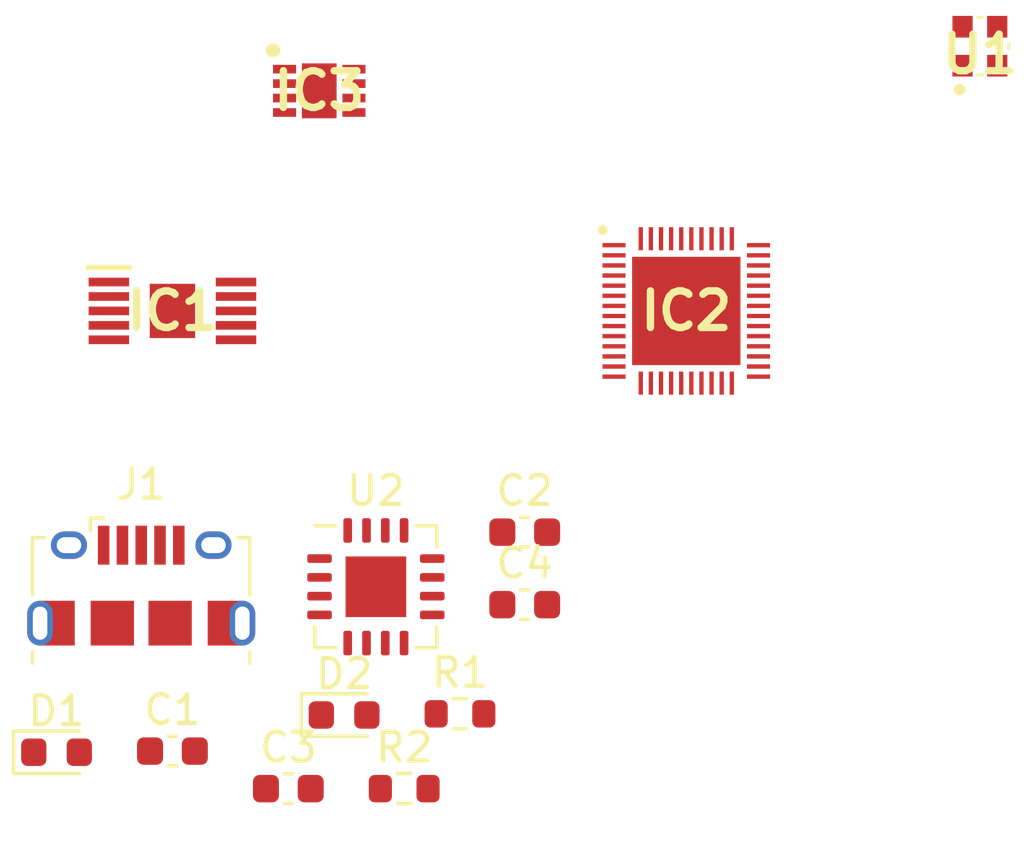
<source format=kicad_pcb>
(kicad_pcb (version 20171130) (host pcbnew "(5.1.8)-1")

  (general
    (thickness 1.6)
    (drawings 0)
    (tracks 0)
    (zones 0)
    (modules 14)
    (nets 92)
  )

  (page A4)
  (layers
    (0 F.Cu signal)
    (31 B.Cu signal)
    (32 B.Adhes user)
    (33 F.Adhes user)
    (34 B.Paste user)
    (35 F.Paste user)
    (36 B.SilkS user)
    (37 F.SilkS user)
    (38 B.Mask user)
    (39 F.Mask user)
    (40 Dwgs.User user)
    (41 Cmts.User user)
    (42 Eco1.User user)
    (43 Eco2.User user)
    (44 Edge.Cuts user)
    (45 Margin user)
    (46 B.CrtYd user)
    (47 F.CrtYd user)
    (48 B.Fab user)
    (49 F.Fab user)
  )

  (setup
    (last_trace_width 0.25)
    (trace_clearance 0.2)
    (zone_clearance 0.508)
    (zone_45_only no)
    (trace_min 0.2)
    (via_size 0.8)
    (via_drill 0.4)
    (via_min_size 0.4)
    (via_min_drill 0.3)
    (uvia_size 0.3)
    (uvia_drill 0.1)
    (uvias_allowed no)
    (uvia_min_size 0.2)
    (uvia_min_drill 0.1)
    (edge_width 0.05)
    (segment_width 0.2)
    (pcb_text_width 0.3)
    (pcb_text_size 1.5 1.5)
    (mod_edge_width 0.12)
    (mod_text_size 1 1)
    (mod_text_width 0.15)
    (pad_size 1.524 1.524)
    (pad_drill 0.762)
    (pad_to_mask_clearance 0)
    (aux_axis_origin 0 0)
    (visible_elements 7FFFFFFF)
    (pcbplotparams
      (layerselection 0x010fc_ffffffff)
      (usegerberextensions false)
      (usegerberattributes true)
      (usegerberadvancedattributes true)
      (creategerberjobfile true)
      (excludeedgelayer true)
      (linewidth 0.100000)
      (plotframeref false)
      (viasonmask false)
      (mode 1)
      (useauxorigin false)
      (hpglpennumber 1)
      (hpglpenspeed 20)
      (hpglpendiameter 15.000000)
      (psnegative false)
      (psa4output false)
      (plotreference true)
      (plotvalue true)
      (plotinvisibletext false)
      (padsonsilk false)
      (subtractmaskfromsilk false)
      (outputformat 1)
      (mirror false)
      (drillshape 1)
      (scaleselection 1)
      (outputdirectory ""))
  )

  (net 0 "")
  (net 1 GND)
  (net 2 +3V3)
  (net 3 "Net-(D1-Pad1)")
  (net 4 "Net-(D2-Pad1)")
  (net 5 "Net-(IC1-Pad11)")
  (net 6 "Net-(IC1-Pad10)")
  (net 7 "Net-(IC1-Pad9)")
  (net 8 "Net-(IC1-Pad8)")
  (net 9 "Net-(IC1-Pad7)")
  (net 10 "Net-(IC1-Pad6)")
  (net 11 "Net-(IC1-Pad5)")
  (net 12 "Net-(IC1-Pad4)")
  (net 13 "Net-(IC1-Pad3)")
  (net 14 "Net-(IC1-Pad2)")
  (net 15 "Net-(IC1-Pad1)")
  (net 16 "Net-(IC2-Pad49)")
  (net 17 "Net-(IC2-Pad48)")
  (net 18 "Net-(IC2-Pad47)")
  (net 19 "Net-(IC2-Pad46)")
  (net 20 "Net-(IC2-Pad45)")
  (net 21 "Net-(IC2-Pad44)")
  (net 22 "Net-(IC2-Pad43)")
  (net 23 "Net-(IC2-Pad42)")
  (net 24 "Net-(IC2-Pad41)")
  (net 25 "Net-(IC2-Pad40)")
  (net 26 "Net-(IC2-Pad39)")
  (net 27 "Net-(IC2-Pad38)")
  (net 28 "Net-(IC2-Pad37)")
  (net 29 "Net-(IC2-Pad36)")
  (net 30 "Net-(IC2-Pad35)")
  (net 31 "Net-(IC2-Pad34)")
  (net 32 "Net-(IC2-Pad33)")
  (net 33 "Net-(IC2-Pad32)")
  (net 34 "Net-(IC2-Pad31)")
  (net 35 "Net-(IC2-Pad30)")
  (net 36 "Net-(IC2-Pad29)")
  (net 37 "Net-(IC2-Pad28)")
  (net 38 "Net-(IC2-Pad27)")
  (net 39 "Net-(IC2-Pad26)")
  (net 40 "Net-(IC2-Pad25)")
  (net 41 "Net-(IC2-Pad24)")
  (net 42 "Net-(IC2-Pad23)")
  (net 43 "Net-(IC2-Pad22)")
  (net 44 "Net-(IC2-Pad21)")
  (net 45 "Net-(IC2-Pad20)")
  (net 46 "Net-(IC2-Pad19)")
  (net 47 "Net-(IC2-Pad18)")
  (net 48 "Net-(IC2-Pad17)")
  (net 49 "Net-(IC2-Pad16)")
  (net 50 "Net-(IC2-Pad15)")
  (net 51 "Net-(IC2-Pad14)")
  (net 52 "Net-(IC2-Pad13)")
  (net 53 "Net-(IC2-Pad12)")
  (net 54 "Net-(IC2-Pad11)")
  (net 55 "Net-(IC2-Pad10)")
  (net 56 "Net-(IC2-Pad9)")
  (net 57 "Net-(IC2-Pad8)")
  (net 58 "Net-(IC2-Pad7)")
  (net 59 "Net-(IC2-Pad6)")
  (net 60 "Net-(IC2-Pad5)")
  (net 61 "Net-(IC2-Pad4)")
  (net 62 "Net-(IC2-Pad3)")
  (net 63 "Net-(IC2-Pad2)")
  (net 64 "Net-(IC2-Pad1)")
  (net 65 "Net-(IC3-Pad9)")
  (net 66 "Net-(IC3-Pad8)")
  (net 67 "Net-(IC3-Pad7)")
  (net 68 "Net-(IC3-Pad6)")
  (net 69 "Net-(IC3-Pad5)")
  (net 70 "Net-(IC3-Pad4)")
  (net 71 "Net-(IC3-Pad3)")
  (net 72 "Net-(IC3-Pad2)")
  (net 73 "Net-(IC3-Pad1)")
  (net 74 "Net-(J1-Pad4)")
  (net 75 "Net-(J1-Pad3)")
  (net 76 "Net-(J1-Pad2)")
  (net 77 +5V)
  (net 78 "Net-(R1-Pad2)")
  (net 79 "Net-(R2-Pad2)")
  (net 80 "Net-(U1-Pad4)")
  (net 81 "Net-(U1-Pad3)")
  (net 82 "Net-(U1-Pad2)")
  (net 83 "Net-(U1-Pad1)")
  (net 84 "Net-(U2-Pad16)")
  (net 85 ESP_UART_RX)
  (net 86 "Net-(U2-Pad14)")
  (net 87 "Net-(U2-Pad12)")
  (net 88 USB_D_P)
  (net 89 USB_D_N)
  (net 90 "Net-(U2-Pad4)")
  (net 91 ESP_UART_TX)

  (net_class Default "This is the default net class."
    (clearance 0.2)
    (trace_width 0.25)
    (via_dia 0.8)
    (via_drill 0.4)
    (uvia_dia 0.3)
    (uvia_drill 0.1)
    (add_net +3V3)
    (add_net +5V)
    (add_net ESP_UART_RX)
    (add_net ESP_UART_TX)
    (add_net GND)
    (add_net "Net-(D1-Pad1)")
    (add_net "Net-(D2-Pad1)")
    (add_net "Net-(IC1-Pad1)")
    (add_net "Net-(IC1-Pad10)")
    (add_net "Net-(IC1-Pad11)")
    (add_net "Net-(IC1-Pad2)")
    (add_net "Net-(IC1-Pad3)")
    (add_net "Net-(IC1-Pad4)")
    (add_net "Net-(IC1-Pad5)")
    (add_net "Net-(IC1-Pad6)")
    (add_net "Net-(IC1-Pad7)")
    (add_net "Net-(IC1-Pad8)")
    (add_net "Net-(IC1-Pad9)")
    (add_net "Net-(IC2-Pad1)")
    (add_net "Net-(IC2-Pad10)")
    (add_net "Net-(IC2-Pad11)")
    (add_net "Net-(IC2-Pad12)")
    (add_net "Net-(IC2-Pad13)")
    (add_net "Net-(IC2-Pad14)")
    (add_net "Net-(IC2-Pad15)")
    (add_net "Net-(IC2-Pad16)")
    (add_net "Net-(IC2-Pad17)")
    (add_net "Net-(IC2-Pad18)")
    (add_net "Net-(IC2-Pad19)")
    (add_net "Net-(IC2-Pad2)")
    (add_net "Net-(IC2-Pad20)")
    (add_net "Net-(IC2-Pad21)")
    (add_net "Net-(IC2-Pad22)")
    (add_net "Net-(IC2-Pad23)")
    (add_net "Net-(IC2-Pad24)")
    (add_net "Net-(IC2-Pad25)")
    (add_net "Net-(IC2-Pad26)")
    (add_net "Net-(IC2-Pad27)")
    (add_net "Net-(IC2-Pad28)")
    (add_net "Net-(IC2-Pad29)")
    (add_net "Net-(IC2-Pad3)")
    (add_net "Net-(IC2-Pad30)")
    (add_net "Net-(IC2-Pad31)")
    (add_net "Net-(IC2-Pad32)")
    (add_net "Net-(IC2-Pad33)")
    (add_net "Net-(IC2-Pad34)")
    (add_net "Net-(IC2-Pad35)")
    (add_net "Net-(IC2-Pad36)")
    (add_net "Net-(IC2-Pad37)")
    (add_net "Net-(IC2-Pad38)")
    (add_net "Net-(IC2-Pad39)")
    (add_net "Net-(IC2-Pad4)")
    (add_net "Net-(IC2-Pad40)")
    (add_net "Net-(IC2-Pad41)")
    (add_net "Net-(IC2-Pad42)")
    (add_net "Net-(IC2-Pad43)")
    (add_net "Net-(IC2-Pad44)")
    (add_net "Net-(IC2-Pad45)")
    (add_net "Net-(IC2-Pad46)")
    (add_net "Net-(IC2-Pad47)")
    (add_net "Net-(IC2-Pad48)")
    (add_net "Net-(IC2-Pad49)")
    (add_net "Net-(IC2-Pad5)")
    (add_net "Net-(IC2-Pad6)")
    (add_net "Net-(IC2-Pad7)")
    (add_net "Net-(IC2-Pad8)")
    (add_net "Net-(IC2-Pad9)")
    (add_net "Net-(IC3-Pad1)")
    (add_net "Net-(IC3-Pad2)")
    (add_net "Net-(IC3-Pad3)")
    (add_net "Net-(IC3-Pad4)")
    (add_net "Net-(IC3-Pad5)")
    (add_net "Net-(IC3-Pad6)")
    (add_net "Net-(IC3-Pad7)")
    (add_net "Net-(IC3-Pad8)")
    (add_net "Net-(IC3-Pad9)")
    (add_net "Net-(J1-Pad2)")
    (add_net "Net-(J1-Pad3)")
    (add_net "Net-(J1-Pad4)")
    (add_net "Net-(R1-Pad2)")
    (add_net "Net-(R2-Pad2)")
    (add_net "Net-(U1-Pad1)")
    (add_net "Net-(U1-Pad2)")
    (add_net "Net-(U1-Pad3)")
    (add_net "Net-(U1-Pad4)")
    (add_net "Net-(U2-Pad12)")
    (add_net "Net-(U2-Pad14)")
    (add_net "Net-(U2-Pad16)")
    (add_net "Net-(U2-Pad4)")
    (add_net USB_D_N)
    (add_net USB_D_P)
  )

  (module Package_DFN_QFN:QFN-16-1EP_4x4mm_P0.65mm_EP2.1x2.1mm (layer F.Cu) (tedit 5DC5F6A3) (tstamp 5FBADA7E)
    (at 38.79 40.03)
    (descr "QFN, 16 Pin (http://www.thatcorp.com/datashts/THAT_1580_Datasheet.pdf), generated with kicad-footprint-generator ipc_noLead_generator.py")
    (tags "QFN NoLead")
    (path /5FBC0307)
    (attr smd)
    (fp_text reference U2 (at 0 -3.32) (layer F.SilkS)
      (effects (font (size 1 1) (thickness 0.15)))
    )
    (fp_text value FT230XQ (at 0 3.32) (layer F.Fab)
      (effects (font (size 1 1) (thickness 0.15)))
    )
    (fp_text user %R (at 0 0) (layer F.Fab)
      (effects (font (size 1 1) (thickness 0.15)))
    )
    (fp_line (start 1.385 -2.11) (end 2.11 -2.11) (layer F.SilkS) (width 0.12))
    (fp_line (start 2.11 -2.11) (end 2.11 -1.385) (layer F.SilkS) (width 0.12))
    (fp_line (start -1.385 2.11) (end -2.11 2.11) (layer F.SilkS) (width 0.12))
    (fp_line (start -2.11 2.11) (end -2.11 1.385) (layer F.SilkS) (width 0.12))
    (fp_line (start 1.385 2.11) (end 2.11 2.11) (layer F.SilkS) (width 0.12))
    (fp_line (start 2.11 2.11) (end 2.11 1.385) (layer F.SilkS) (width 0.12))
    (fp_line (start -1.385 -2.11) (end -2.11 -2.11) (layer F.SilkS) (width 0.12))
    (fp_line (start -1 -2) (end 2 -2) (layer F.Fab) (width 0.1))
    (fp_line (start 2 -2) (end 2 2) (layer F.Fab) (width 0.1))
    (fp_line (start 2 2) (end -2 2) (layer F.Fab) (width 0.1))
    (fp_line (start -2 2) (end -2 -1) (layer F.Fab) (width 0.1))
    (fp_line (start -2 -1) (end -1 -2) (layer F.Fab) (width 0.1))
    (fp_line (start -2.62 -2.62) (end -2.62 2.62) (layer F.CrtYd) (width 0.05))
    (fp_line (start -2.62 2.62) (end 2.62 2.62) (layer F.CrtYd) (width 0.05))
    (fp_line (start 2.62 2.62) (end 2.62 -2.62) (layer F.CrtYd) (width 0.05))
    (fp_line (start 2.62 -2.62) (end -2.62 -2.62) (layer F.CrtYd) (width 0.05))
    (pad "" smd roundrect (at 0.525 0.525) (size 0.85 0.85) (layers F.Paste) (roundrect_rratio 0.25))
    (pad "" smd roundrect (at 0.525 -0.525) (size 0.85 0.85) (layers F.Paste) (roundrect_rratio 0.25))
    (pad "" smd roundrect (at -0.525 0.525) (size 0.85 0.85) (layers F.Paste) (roundrect_rratio 0.25))
    (pad "" smd roundrect (at -0.525 -0.525) (size 0.85 0.85) (layers F.Paste) (roundrect_rratio 0.25))
    (pad 17 smd rect (at 0 0) (size 2.1 2.1) (layers F.Cu F.Mask)
      (net 1 GND))
    (pad 16 smd roundrect (at -0.975 -1.95) (size 0.3 0.85) (layers F.Cu F.Paste F.Mask) (roundrect_rratio 0.25)
      (net 84 "Net-(U2-Pad16)"))
    (pad 15 smd roundrect (at -0.325 -1.95) (size 0.3 0.85) (layers F.Cu F.Paste F.Mask) (roundrect_rratio 0.25)
      (net 85 ESP_UART_RX))
    (pad 14 smd roundrect (at 0.325 -1.95) (size 0.3 0.85) (layers F.Cu F.Paste F.Mask) (roundrect_rratio 0.25)
      (net 86 "Net-(U2-Pad14)"))
    (pad 13 smd roundrect (at 0.975 -1.95) (size 0.3 0.85) (layers F.Cu F.Paste F.Mask) (roundrect_rratio 0.25)
      (net 1 GND))
    (pad 12 smd roundrect (at 1.95 -0.975) (size 0.85 0.3) (layers F.Cu F.Paste F.Mask) (roundrect_rratio 0.25)
      (net 87 "Net-(U2-Pad12)"))
    (pad 11 smd roundrect (at 1.95 -0.325) (size 0.85 0.3) (layers F.Cu F.Paste F.Mask) (roundrect_rratio 0.25)
      (net 78 "Net-(R1-Pad2)"))
    (pad 10 smd roundrect (at 1.95 0.325) (size 0.85 0.3) (layers F.Cu F.Paste F.Mask) (roundrect_rratio 0.25)
      (net 2 +3V3))
    (pad 9 smd roundrect (at 1.95 0.975) (size 0.85 0.3) (layers F.Cu F.Paste F.Mask) (roundrect_rratio 0.25)
      (net 2 +3V3))
    (pad 8 smd roundrect (at 0.975 1.95) (size 0.3 0.85) (layers F.Cu F.Paste F.Mask) (roundrect_rratio 0.25)
      (net 2 +3V3))
    (pad 7 smd roundrect (at 0.325 1.95) (size 0.3 0.85) (layers F.Cu F.Paste F.Mask) (roundrect_rratio 0.25)
      (net 88 USB_D_P))
    (pad 6 smd roundrect (at -0.325 1.95) (size 0.3 0.85) (layers F.Cu F.Paste F.Mask) (roundrect_rratio 0.25)
      (net 89 USB_D_N))
    (pad 5 smd roundrect (at -0.975 1.95) (size 0.3 0.85) (layers F.Cu F.Paste F.Mask) (roundrect_rratio 0.25)
      (net 79 "Net-(R2-Pad2)"))
    (pad 4 smd roundrect (at -1.95 0.975) (size 0.85 0.3) (layers F.Cu F.Paste F.Mask) (roundrect_rratio 0.25)
      (net 90 "Net-(U2-Pad4)"))
    (pad 3 smd roundrect (at -1.95 0.325) (size 0.85 0.3) (layers F.Cu F.Paste F.Mask) (roundrect_rratio 0.25)
      (net 1 GND))
    (pad 2 smd roundrect (at -1.95 -0.325) (size 0.85 0.3) (layers F.Cu F.Paste F.Mask) (roundrect_rratio 0.25)
      (net 91 ESP_UART_TX))
    (pad 1 smd roundrect (at -1.95 -0.975) (size 0.85 0.3) (layers F.Cu F.Paste F.Mask) (roundrect_rratio 0.25)
      (net 2 +3V3))
    (model ${KISYS3DMOD}/Package_DFN_QFN.3dshapes/QFN-16-1EP_4x4mm_P0.65mm_EP2.1x2.1mm.wrl
      (at (xyz 0 0 0))
      (scale (xyz 1 1 1))
      (rotate (xyz 0 0 0))
    )
  )

  (module Resistor_SMD:R_0603_1608Metric (layer F.Cu) (tedit 5F68FEEE) (tstamp 5FBADA24)
    (at 39.77 47.02)
    (descr "Resistor SMD 0603 (1608 Metric), square (rectangular) end terminal, IPC_7351 nominal, (Body size source: IPC-SM-782 page 72, https://www.pcb-3d.com/wordpress/wp-content/uploads/ipc-sm-782a_amendment_1_and_2.pdf), generated with kicad-footprint-generator")
    (tags resistor)
    (path /5FBED825)
    (attr smd)
    (fp_text reference R2 (at 0 -1.43) (layer F.SilkS)
      (effects (font (size 1 1) (thickness 0.15)))
    )
    (fp_text value 620R (at 0 1.43) (layer F.Fab)
      (effects (font (size 1 1) (thickness 0.15)))
    )
    (fp_text user %R (at 0 0) (layer F.Fab)
      (effects (font (size 0.4 0.4) (thickness 0.06)))
    )
    (fp_line (start -0.8 0.4125) (end -0.8 -0.4125) (layer F.Fab) (width 0.1))
    (fp_line (start -0.8 -0.4125) (end 0.8 -0.4125) (layer F.Fab) (width 0.1))
    (fp_line (start 0.8 -0.4125) (end 0.8 0.4125) (layer F.Fab) (width 0.1))
    (fp_line (start 0.8 0.4125) (end -0.8 0.4125) (layer F.Fab) (width 0.1))
    (fp_line (start -0.237258 -0.5225) (end 0.237258 -0.5225) (layer F.SilkS) (width 0.12))
    (fp_line (start -0.237258 0.5225) (end 0.237258 0.5225) (layer F.SilkS) (width 0.12))
    (fp_line (start -1.48 0.73) (end -1.48 -0.73) (layer F.CrtYd) (width 0.05))
    (fp_line (start -1.48 -0.73) (end 1.48 -0.73) (layer F.CrtYd) (width 0.05))
    (fp_line (start 1.48 -0.73) (end 1.48 0.73) (layer F.CrtYd) (width 0.05))
    (fp_line (start 1.48 0.73) (end -1.48 0.73) (layer F.CrtYd) (width 0.05))
    (pad 2 smd roundrect (at 0.825 0) (size 0.8 0.95) (layers F.Cu F.Paste F.Mask) (roundrect_rratio 0.25)
      (net 79 "Net-(R2-Pad2)"))
    (pad 1 smd roundrect (at -0.825 0) (size 0.8 0.95) (layers F.Cu F.Paste F.Mask) (roundrect_rratio 0.25)
      (net 4 "Net-(D2-Pad1)"))
    (model ${KISYS3DMOD}/Resistor_SMD.3dshapes/R_0603_1608Metric.wrl
      (at (xyz 0 0 0))
      (scale (xyz 1 1 1))
      (rotate (xyz 0 0 0))
    )
  )

  (module Resistor_SMD:R_0603_1608Metric (layer F.Cu) (tedit 5F68FEEE) (tstamp 5FBADA13)
    (at 41.7 44.43)
    (descr "Resistor SMD 0603 (1608 Metric), square (rectangular) end terminal, IPC_7351 nominal, (Body size source: IPC-SM-782 page 72, https://www.pcb-3d.com/wordpress/wp-content/uploads/ipc-sm-782a_amendment_1_and_2.pdf), generated with kicad-footprint-generator")
    (tags resistor)
    (path /5FBECDCE)
    (attr smd)
    (fp_text reference R1 (at 0 -1.43) (layer F.SilkS)
      (effects (font (size 1 1) (thickness 0.15)))
    )
    (fp_text value 620R (at 0 1.43) (layer F.Fab)
      (effects (font (size 1 1) (thickness 0.15)))
    )
    (fp_text user %R (at 0 0) (layer F.Fab)
      (effects (font (size 0.4 0.4) (thickness 0.06)))
    )
    (fp_line (start -0.8 0.4125) (end -0.8 -0.4125) (layer F.Fab) (width 0.1))
    (fp_line (start -0.8 -0.4125) (end 0.8 -0.4125) (layer F.Fab) (width 0.1))
    (fp_line (start 0.8 -0.4125) (end 0.8 0.4125) (layer F.Fab) (width 0.1))
    (fp_line (start 0.8 0.4125) (end -0.8 0.4125) (layer F.Fab) (width 0.1))
    (fp_line (start -0.237258 -0.5225) (end 0.237258 -0.5225) (layer F.SilkS) (width 0.12))
    (fp_line (start -0.237258 0.5225) (end 0.237258 0.5225) (layer F.SilkS) (width 0.12))
    (fp_line (start -1.48 0.73) (end -1.48 -0.73) (layer F.CrtYd) (width 0.05))
    (fp_line (start -1.48 -0.73) (end 1.48 -0.73) (layer F.CrtYd) (width 0.05))
    (fp_line (start 1.48 -0.73) (end 1.48 0.73) (layer F.CrtYd) (width 0.05))
    (fp_line (start 1.48 0.73) (end -1.48 0.73) (layer F.CrtYd) (width 0.05))
    (pad 2 smd roundrect (at 0.825 0) (size 0.8 0.95) (layers F.Cu F.Paste F.Mask) (roundrect_rratio 0.25)
      (net 78 "Net-(R1-Pad2)"))
    (pad 1 smd roundrect (at -0.825 0) (size 0.8 0.95) (layers F.Cu F.Paste F.Mask) (roundrect_rratio 0.25)
      (net 3 "Net-(D1-Pad1)"))
    (model ${KISYS3DMOD}/Resistor_SMD.3dshapes/R_0603_1608Metric.wrl
      (at (xyz 0 0 0))
      (scale (xyz 1 1 1))
      (rotate (xyz 0 0 0))
    )
  )

  (module Connector_USB:USB_Micro-B_Amphenol_10118194_Horizontal (layer F.Cu) (tedit 5F2142B6) (tstamp 5FBADA02)
    (at 30.67 39.99)
    (descr "USB Micro-B receptacle, horizontal, SMD, 10118194, https://cdn.amphenol-icc.com/media/wysiwyg/files/drawing/10118194.pdf")
    (tags "USB Micro B horizontal SMD")
    (path /5FBBB612)
    (attr smd)
    (fp_text reference J1 (at 0 -3.5) (layer F.SilkS)
      (effects (font (size 1 1) (thickness 0.15)))
    )
    (fp_text value USB_B_Micro (at 0 4.75) (layer F.Fab)
      (effects (font (size 1 1) (thickness 0.15)))
    )
    (fp_text user "PCB Edge" (at 0 2.75) (layer Dwgs.User)
      (effects (font (size 0.5 0.5) (thickness 0.08)))
    )
    (fp_text user %R (at 0 -0.05) (layer F.Fab)
      (effects (font (size 1 1) (thickness 0.15)))
    )
    (fp_line (start -3.65 -0.55) (end -2.65 -1.55) (layer F.Fab) (width 0.1))
    (fp_line (start -1.76 -1.89) (end -1.76 -2.34) (layer F.SilkS) (width 0.12))
    (fp_line (start -1.31 -2.34) (end -1.76 -2.34) (layer F.SilkS) (width 0.12))
    (fp_line (start 4.45 -2.58) (end 4.45 3.95) (layer F.CrtYd) (width 0.05))
    (fp_line (start -4.45 -2.58) (end -4.45 3.95) (layer F.CrtYd) (width 0.05))
    (fp_line (start -4.45 -2.58) (end 4.45 -2.58) (layer F.CrtYd) (width 0.05))
    (fp_line (start -4.45 3.95) (end 4.45 3.95) (layer F.CrtYd) (width 0.05))
    (fp_line (start 3 2.75) (end -3 2.75) (layer Dwgs.User) (width 0.1))
    (fp_line (start -3.76 -1.66) (end -3.34 -1.66) (layer F.SilkS) (width 0.12))
    (fp_line (start -3.76 0.32) (end -3.76 -1.66) (layer F.SilkS) (width 0.12))
    (fp_line (start -3.76 2.69) (end -3.76 2.29) (layer F.SilkS) (width 0.12))
    (fp_line (start 3.76 2.29) (end 3.76 2.69) (layer F.SilkS) (width 0.12))
    (fp_line (start 3.76 -1.66) (end 3.34 -1.66) (layer F.SilkS) (width 0.12))
    (fp_line (start 3.76 0.32) (end 3.76 -1.66) (layer F.SilkS) (width 0.12))
    (fp_line (start -3.65 3.45) (end -3.65 -0.55) (layer F.Fab) (width 0.1))
    (fp_line (start 3.65 3.45) (end -3.65 3.45) (layer F.Fab) (width 0.1))
    (fp_line (start 3.65 -1.55) (end 3.65 3.45) (layer F.Fab) (width 0.1))
    (fp_line (start -2.65 -1.55) (end 3.65 -1.55) (layer F.Fab) (width 0.1))
    (pad "" smd oval (at 2.5 -1.4) (size 1.25 0.95) (layers F.Paste))
    (pad "" smd oval (at -2.5 -1.4) (size 1.25 0.95) (layers F.Paste))
    (pad 6 thru_hole oval (at 3.5 1.3) (size 0.89 1.55) (drill oval 0.5 1.15) (layers *.Cu *.Mask)
      (net 1 GND))
    (pad 6 thru_hole oval (at -3.5 1.3) (size 0.89 1.55) (drill oval 0.5 1.15) (layers *.Cu *.Mask)
      (net 1 GND))
    (pad 6 smd rect (at 2.9 1.3) (size 1.2 1.55) (layers F.Cu F.Paste F.Mask)
      (net 1 GND))
    (pad 6 smd rect (at -2.9 1.3) (size 1.2 1.55) (layers F.Cu F.Paste F.Mask)
      (net 1 GND))
    (pad "" smd oval (at 3.5 1.3) (size 0.89 1.55) (layers F.Paste))
    (pad 6 smd rect (at 1 1.3) (size 1.5 1.55) (layers F.Cu F.Paste F.Mask)
      (net 1 GND))
    (pad 6 smd rect (at -1 1.3) (size 1.5 1.55) (layers F.Cu F.Paste F.Mask)
      (net 1 GND))
    (pad 6 thru_hole oval (at 2.5 -1.4) (size 1.25 0.95) (drill oval 0.85 0.55) (layers *.Cu *.Mask)
      (net 1 GND))
    (pad "" smd oval (at -3.5 1.3) (size 0.89 1.55) (layers F.Paste))
    (pad 6 thru_hole oval (at -2.5 -1.4) (size 1.25 0.95) (drill oval 0.85 0.55) (layers *.Cu *.Mask)
      (net 1 GND))
    (pad 5 smd rect (at 1.3 -1.4) (size 0.4 1.35) (layers F.Cu F.Paste F.Mask)
      (net 1 GND))
    (pad 4 smd rect (at 0.65 -1.4) (size 0.4 1.35) (layers F.Cu F.Paste F.Mask)
      (net 74 "Net-(J1-Pad4)"))
    (pad 3 smd rect (at 0 -1.4) (size 0.4 1.35) (layers F.Cu F.Paste F.Mask)
      (net 75 "Net-(J1-Pad3)"))
    (pad 2 smd rect (at -0.65 -1.4) (size 0.4 1.35) (layers F.Cu F.Paste F.Mask)
      (net 76 "Net-(J1-Pad2)"))
    (pad 1 smd rect (at -1.3 -1.4) (size 0.4 1.35) (layers F.Cu F.Paste F.Mask)
      (net 77 +5V))
    (model ${KISYS3DMOD}/Connector_USB.3dshapes/USB_Micro-B_Amphenol_10118194_Horizontal.wrl
      (at (xyz 0 0 0))
      (scale (xyz 1 1 1))
      (rotate (xyz 0 0 0))
    )
  )

  (module LED_SMD:LED_0603_1608Metric (layer F.Cu) (tedit 5F68FEF1) (tstamp 5FBAD8FB)
    (at 37.69 44.47)
    (descr "LED SMD 0603 (1608 Metric), square (rectangular) end terminal, IPC_7351 nominal, (Body size source: http://www.tortai-tech.com/upload/download/2011102023233369053.pdf), generated with kicad-footprint-generator")
    (tags LED)
    (path /5FBE6856)
    (attr smd)
    (fp_text reference D2 (at 0 -1.43) (layer F.SilkS)
      (effects (font (size 1 1) (thickness 0.15)))
    )
    (fp_text value LED (at 0 1.43) (layer F.Fab)
      (effects (font (size 1 1) (thickness 0.15)))
    )
    (fp_text user %R (at 0 0) (layer F.Fab)
      (effects (font (size 0.4 0.4) (thickness 0.06)))
    )
    (fp_line (start 0.8 -0.4) (end -0.5 -0.4) (layer F.Fab) (width 0.1))
    (fp_line (start -0.5 -0.4) (end -0.8 -0.1) (layer F.Fab) (width 0.1))
    (fp_line (start -0.8 -0.1) (end -0.8 0.4) (layer F.Fab) (width 0.1))
    (fp_line (start -0.8 0.4) (end 0.8 0.4) (layer F.Fab) (width 0.1))
    (fp_line (start 0.8 0.4) (end 0.8 -0.4) (layer F.Fab) (width 0.1))
    (fp_line (start 0.8 -0.735) (end -1.485 -0.735) (layer F.SilkS) (width 0.12))
    (fp_line (start -1.485 -0.735) (end -1.485 0.735) (layer F.SilkS) (width 0.12))
    (fp_line (start -1.485 0.735) (end 0.8 0.735) (layer F.SilkS) (width 0.12))
    (fp_line (start -1.48 0.73) (end -1.48 -0.73) (layer F.CrtYd) (width 0.05))
    (fp_line (start -1.48 -0.73) (end 1.48 -0.73) (layer F.CrtYd) (width 0.05))
    (fp_line (start 1.48 -0.73) (end 1.48 0.73) (layer F.CrtYd) (width 0.05))
    (fp_line (start 1.48 0.73) (end -1.48 0.73) (layer F.CrtYd) (width 0.05))
    (pad 2 smd roundrect (at 0.7875 0) (size 0.875 0.95) (layers F.Cu F.Paste F.Mask) (roundrect_rratio 0.25)
      (net 2 +3V3))
    (pad 1 smd roundrect (at -0.7875 0) (size 0.875 0.95) (layers F.Cu F.Paste F.Mask) (roundrect_rratio 0.25)
      (net 4 "Net-(D2-Pad1)"))
    (model ${KISYS3DMOD}/LED_SMD.3dshapes/LED_0603_1608Metric.wrl
      (at (xyz 0 0 0))
      (scale (xyz 1 1 1))
      (rotate (xyz 0 0 0))
    )
  )

  (module LED_SMD:LED_0603_1608Metric (layer F.Cu) (tedit 5F68FEF1) (tstamp 5FBAD8E8)
    (at 27.74 45.76)
    (descr "LED SMD 0603 (1608 Metric), square (rectangular) end terminal, IPC_7351 nominal, (Body size source: http://www.tortai-tech.com/upload/download/2011102023233369053.pdf), generated with kicad-footprint-generator")
    (tags LED)
    (path /5FBE3DF3)
    (attr smd)
    (fp_text reference D1 (at 0 -1.43) (layer F.SilkS)
      (effects (font (size 1 1) (thickness 0.15)))
    )
    (fp_text value LED (at 0 1.43) (layer F.Fab)
      (effects (font (size 1 1) (thickness 0.15)))
    )
    (fp_text user %R (at 0 0) (layer F.Fab)
      (effects (font (size 0.4 0.4) (thickness 0.06)))
    )
    (fp_line (start 0.8 -0.4) (end -0.5 -0.4) (layer F.Fab) (width 0.1))
    (fp_line (start -0.5 -0.4) (end -0.8 -0.1) (layer F.Fab) (width 0.1))
    (fp_line (start -0.8 -0.1) (end -0.8 0.4) (layer F.Fab) (width 0.1))
    (fp_line (start -0.8 0.4) (end 0.8 0.4) (layer F.Fab) (width 0.1))
    (fp_line (start 0.8 0.4) (end 0.8 -0.4) (layer F.Fab) (width 0.1))
    (fp_line (start 0.8 -0.735) (end -1.485 -0.735) (layer F.SilkS) (width 0.12))
    (fp_line (start -1.485 -0.735) (end -1.485 0.735) (layer F.SilkS) (width 0.12))
    (fp_line (start -1.485 0.735) (end 0.8 0.735) (layer F.SilkS) (width 0.12))
    (fp_line (start -1.48 0.73) (end -1.48 -0.73) (layer F.CrtYd) (width 0.05))
    (fp_line (start -1.48 -0.73) (end 1.48 -0.73) (layer F.CrtYd) (width 0.05))
    (fp_line (start 1.48 -0.73) (end 1.48 0.73) (layer F.CrtYd) (width 0.05))
    (fp_line (start 1.48 0.73) (end -1.48 0.73) (layer F.CrtYd) (width 0.05))
    (pad 2 smd roundrect (at 0.7875 0) (size 0.875 0.95) (layers F.Cu F.Paste F.Mask) (roundrect_rratio 0.25)
      (net 2 +3V3))
    (pad 1 smd roundrect (at -0.7875 0) (size 0.875 0.95) (layers F.Cu F.Paste F.Mask) (roundrect_rratio 0.25)
      (net 3 "Net-(D1-Pad1)"))
    (model ${KISYS3DMOD}/LED_SMD.3dshapes/LED_0603_1608Metric.wrl
      (at (xyz 0 0 0))
      (scale (xyz 1 1 1))
      (rotate (xyz 0 0 0))
    )
  )

  (module Capacitor_SMD:C_0603_1608Metric (layer F.Cu) (tedit 5F68FEEE) (tstamp 5FBAD8D5)
    (at 43.94 40.65)
    (descr "Capacitor SMD 0603 (1608 Metric), square (rectangular) end terminal, IPC_7351 nominal, (Body size source: IPC-SM-782 page 76, https://www.pcb-3d.com/wordpress/wp-content/uploads/ipc-sm-782a_amendment_1_and_2.pdf), generated with kicad-footprint-generator")
    (tags capacitor)
    (path /5FBC970B)
    (attr smd)
    (fp_text reference C4 (at 0 -1.43) (layer F.SilkS)
      (effects (font (size 1 1) (thickness 0.15)))
    )
    (fp_text value 100n (at 0 1.43) (layer F.Fab)
      (effects (font (size 1 1) (thickness 0.15)))
    )
    (fp_text user %R (at 0 0) (layer F.Fab)
      (effects (font (size 0.4 0.4) (thickness 0.06)))
    )
    (fp_line (start -0.8 0.4) (end -0.8 -0.4) (layer F.Fab) (width 0.1))
    (fp_line (start -0.8 -0.4) (end 0.8 -0.4) (layer F.Fab) (width 0.1))
    (fp_line (start 0.8 -0.4) (end 0.8 0.4) (layer F.Fab) (width 0.1))
    (fp_line (start 0.8 0.4) (end -0.8 0.4) (layer F.Fab) (width 0.1))
    (fp_line (start -0.14058 -0.51) (end 0.14058 -0.51) (layer F.SilkS) (width 0.12))
    (fp_line (start -0.14058 0.51) (end 0.14058 0.51) (layer F.SilkS) (width 0.12))
    (fp_line (start -1.48 0.73) (end -1.48 -0.73) (layer F.CrtYd) (width 0.05))
    (fp_line (start -1.48 -0.73) (end 1.48 -0.73) (layer F.CrtYd) (width 0.05))
    (fp_line (start 1.48 -0.73) (end 1.48 0.73) (layer F.CrtYd) (width 0.05))
    (fp_line (start 1.48 0.73) (end -1.48 0.73) (layer F.CrtYd) (width 0.05))
    (pad 2 smd roundrect (at 0.775 0) (size 0.9 0.95) (layers F.Cu F.Paste F.Mask) (roundrect_rratio 0.25)
      (net 1 GND))
    (pad 1 smd roundrect (at -0.775 0) (size 0.9 0.95) (layers F.Cu F.Paste F.Mask) (roundrect_rratio 0.25)
      (net 2 +3V3))
    (model ${KISYS3DMOD}/Capacitor_SMD.3dshapes/C_0603_1608Metric.wrl
      (at (xyz 0 0 0))
      (scale (xyz 1 1 1))
      (rotate (xyz 0 0 0))
    )
  )

  (module Capacitor_SMD:C_0603_1608Metric (layer F.Cu) (tedit 5F68FEEE) (tstamp 5FBAD8C4)
    (at 35.76 47.02)
    (descr "Capacitor SMD 0603 (1608 Metric), square (rectangular) end terminal, IPC_7351 nominal, (Body size source: IPC-SM-782 page 76, https://www.pcb-3d.com/wordpress/wp-content/uploads/ipc-sm-782a_amendment_1_and_2.pdf), generated with kicad-footprint-generator")
    (tags capacitor)
    (path /5FBC93F8)
    (attr smd)
    (fp_text reference C3 (at 0 -1.43) (layer F.SilkS)
      (effects (font (size 1 1) (thickness 0.15)))
    )
    (fp_text value 100n (at 0 1.43) (layer F.Fab)
      (effects (font (size 1 1) (thickness 0.15)))
    )
    (fp_text user %R (at 0 0) (layer F.Fab)
      (effects (font (size 0.4 0.4) (thickness 0.06)))
    )
    (fp_line (start -0.8 0.4) (end -0.8 -0.4) (layer F.Fab) (width 0.1))
    (fp_line (start -0.8 -0.4) (end 0.8 -0.4) (layer F.Fab) (width 0.1))
    (fp_line (start 0.8 -0.4) (end 0.8 0.4) (layer F.Fab) (width 0.1))
    (fp_line (start 0.8 0.4) (end -0.8 0.4) (layer F.Fab) (width 0.1))
    (fp_line (start -0.14058 -0.51) (end 0.14058 -0.51) (layer F.SilkS) (width 0.12))
    (fp_line (start -0.14058 0.51) (end 0.14058 0.51) (layer F.SilkS) (width 0.12))
    (fp_line (start -1.48 0.73) (end -1.48 -0.73) (layer F.CrtYd) (width 0.05))
    (fp_line (start -1.48 -0.73) (end 1.48 -0.73) (layer F.CrtYd) (width 0.05))
    (fp_line (start 1.48 -0.73) (end 1.48 0.73) (layer F.CrtYd) (width 0.05))
    (fp_line (start 1.48 0.73) (end -1.48 0.73) (layer F.CrtYd) (width 0.05))
    (pad 2 smd roundrect (at 0.775 0) (size 0.9 0.95) (layers F.Cu F.Paste F.Mask) (roundrect_rratio 0.25)
      (net 1 GND))
    (pad 1 smd roundrect (at -0.775 0) (size 0.9 0.95) (layers F.Cu F.Paste F.Mask) (roundrect_rratio 0.25)
      (net 2 +3V3))
    (model ${KISYS3DMOD}/Capacitor_SMD.3dshapes/C_0603_1608Metric.wrl
      (at (xyz 0 0 0))
      (scale (xyz 1 1 1))
      (rotate (xyz 0 0 0))
    )
  )

  (module Capacitor_SMD:C_0603_1608Metric (layer F.Cu) (tedit 5F68FEEE) (tstamp 5FBAD8B3)
    (at 43.94 38.14)
    (descr "Capacitor SMD 0603 (1608 Metric), square (rectangular) end terminal, IPC_7351 nominal, (Body size source: IPC-SM-782 page 76, https://www.pcb-3d.com/wordpress/wp-content/uploads/ipc-sm-782a_amendment_1_and_2.pdf), generated with kicad-footprint-generator")
    (tags capacitor)
    (path /5FBC706D)
    (attr smd)
    (fp_text reference C2 (at 0 -1.43) (layer F.SilkS)
      (effects (font (size 1 1) (thickness 0.15)))
    )
    (fp_text value 4u7 (at 0 1.43) (layer F.Fab)
      (effects (font (size 1 1) (thickness 0.15)))
    )
    (fp_text user %R (at 0 0) (layer F.Fab)
      (effects (font (size 0.4 0.4) (thickness 0.06)))
    )
    (fp_line (start -0.8 0.4) (end -0.8 -0.4) (layer F.Fab) (width 0.1))
    (fp_line (start -0.8 -0.4) (end 0.8 -0.4) (layer F.Fab) (width 0.1))
    (fp_line (start 0.8 -0.4) (end 0.8 0.4) (layer F.Fab) (width 0.1))
    (fp_line (start 0.8 0.4) (end -0.8 0.4) (layer F.Fab) (width 0.1))
    (fp_line (start -0.14058 -0.51) (end 0.14058 -0.51) (layer F.SilkS) (width 0.12))
    (fp_line (start -0.14058 0.51) (end 0.14058 0.51) (layer F.SilkS) (width 0.12))
    (fp_line (start -1.48 0.73) (end -1.48 -0.73) (layer F.CrtYd) (width 0.05))
    (fp_line (start -1.48 -0.73) (end 1.48 -0.73) (layer F.CrtYd) (width 0.05))
    (fp_line (start 1.48 -0.73) (end 1.48 0.73) (layer F.CrtYd) (width 0.05))
    (fp_line (start 1.48 0.73) (end -1.48 0.73) (layer F.CrtYd) (width 0.05))
    (pad 2 smd roundrect (at 0.775 0) (size 0.9 0.95) (layers F.Cu F.Paste F.Mask) (roundrect_rratio 0.25)
      (net 1 GND))
    (pad 1 smd roundrect (at -0.775 0) (size 0.9 0.95) (layers F.Cu F.Paste F.Mask) (roundrect_rratio 0.25)
      (net 2 +3V3))
    (model ${KISYS3DMOD}/Capacitor_SMD.3dshapes/C_0603_1608Metric.wrl
      (at (xyz 0 0 0))
      (scale (xyz 1 1 1))
      (rotate (xyz 0 0 0))
    )
  )

  (module Capacitor_SMD:C_0603_1608Metric (layer F.Cu) (tedit 5F68FEEE) (tstamp 5FBAD8A2)
    (at 31.75 45.72)
    (descr "Capacitor SMD 0603 (1608 Metric), square (rectangular) end terminal, IPC_7351 nominal, (Body size source: IPC-SM-782 page 76, https://www.pcb-3d.com/wordpress/wp-content/uploads/ipc-sm-782a_amendment_1_and_2.pdf), generated with kicad-footprint-generator")
    (tags capacitor)
    (path /5FBD619C)
    (attr smd)
    (fp_text reference C1 (at 0 -1.43) (layer F.SilkS)
      (effects (font (size 1 1) (thickness 0.15)))
    )
    (fp_text value 100n (at 0 1.43) (layer F.Fab)
      (effects (font (size 1 1) (thickness 0.15)))
    )
    (fp_text user %R (at 0 0) (layer F.Fab)
      (effects (font (size 0.4 0.4) (thickness 0.06)))
    )
    (fp_line (start -0.8 0.4) (end -0.8 -0.4) (layer F.Fab) (width 0.1))
    (fp_line (start -0.8 -0.4) (end 0.8 -0.4) (layer F.Fab) (width 0.1))
    (fp_line (start 0.8 -0.4) (end 0.8 0.4) (layer F.Fab) (width 0.1))
    (fp_line (start 0.8 0.4) (end -0.8 0.4) (layer F.Fab) (width 0.1))
    (fp_line (start -0.14058 -0.51) (end 0.14058 -0.51) (layer F.SilkS) (width 0.12))
    (fp_line (start -0.14058 0.51) (end 0.14058 0.51) (layer F.SilkS) (width 0.12))
    (fp_line (start -1.48 0.73) (end -1.48 -0.73) (layer F.CrtYd) (width 0.05))
    (fp_line (start -1.48 -0.73) (end 1.48 -0.73) (layer F.CrtYd) (width 0.05))
    (fp_line (start 1.48 -0.73) (end 1.48 0.73) (layer F.CrtYd) (width 0.05))
    (fp_line (start 1.48 0.73) (end -1.48 0.73) (layer F.CrtYd) (width 0.05))
    (pad 2 smd roundrect (at 0.775 0) (size 0.9 0.95) (layers F.Cu F.Paste F.Mask) (roundrect_rratio 0.25)
      (net 1 GND))
    (pad 1 smd roundrect (at -0.775 0) (size 0.9 0.95) (layers F.Cu F.Paste F.Mask) (roundrect_rratio 0.25)
      (net 2 +3V3))
    (model ${KISYS3DMOD}/Capacitor_SMD.3dshapes/C_0603_1608Metric.wrl
      (at (xyz 0 0 0))
      (scale (xyz 1 1 1))
      (rotate (xyz 0 0 0))
    )
  )

  (module ProjectFootprints:LTR329ALS01 (layer F.Cu) (tedit 0) (tstamp 5FBA8DD2)
    (at 59.69 21.59)
    (descr LTR-329ALS-01)
    (tags "Undefined or Miscellaneous")
    (path /5FBA3CE3)
    (attr smd)
    (fp_text reference U1 (at 0 0) (layer F.SilkS)
      (effects (font (size 1.27 1.27) (thickness 0.254)))
    )
    (fp_text value LTR-329ALS-01 (at 0 0) (layer F.SilkS) hide
      (effects (font (size 1.27 1.27) (thickness 0.254)))
    )
    (fp_line (start -0.6 1.225) (end -0.6 1.225) (layer F.SilkS) (width 0.2))
    (fp_line (start -0.8 1.225) (end -0.8 1.225) (layer F.SilkS) (width 0.2))
    (fp_line (start -0.1 0.725) (end 0.1 0.725) (layer F.SilkS) (width 0.1))
    (fp_line (start 1 -0.375) (end 1 -0.175) (layer F.SilkS) (width 0.1))
    (fp_line (start -1 -0.375) (end -1 -0.175) (layer F.SilkS) (width 0.1))
    (fp_line (start -0.1 -1.275) (end 0.1 -1.275) (layer F.SilkS) (width 0.1))
    (fp_line (start -1.5 1.825) (end -1.5 -1.825) (layer F.CrtYd) (width 0.1))
    (fp_line (start 1.5 1.825) (end -1.5 1.825) (layer F.CrtYd) (width 0.1))
    (fp_line (start 1.5 -1.825) (end 1.5 1.825) (layer F.CrtYd) (width 0.1))
    (fp_line (start -1.5 -1.825) (end 1.5 -1.825) (layer F.CrtYd) (width 0.1))
    (fp_line (start -1 0.725) (end -1 -1.275) (layer F.Fab) (width 0.2))
    (fp_line (start 1 0.725) (end -1 0.725) (layer F.Fab) (width 0.2))
    (fp_line (start 1 -1.275) (end 1 0.725) (layer F.Fab) (width 0.2))
    (fp_line (start -1 -1.275) (end 1 -1.275) (layer F.Fab) (width 0.2))
    (fp_arc (start -0.7 1.225) (end -0.6 1.225) (angle 180) (layer F.SilkS) (width 0.2))
    (fp_arc (start -0.7 1.225) (end -0.8 1.225) (angle 180) (layer F.SilkS) (width 0.2))
    (fp_text user %R (at 0 0) (layer F.Fab)
      (effects (font (size 1.27 1.27) (thickness 0.254)))
    )
    (pad 4 smd rect (at -0.6 -0.95) (size 0.7 0.75) (layers F.Cu F.Paste F.Mask)
      (net 80 "Net-(U1-Pad4)"))
    (pad 3 smd rect (at 0.6 -0.95) (size 0.7 0.75) (layers F.Cu F.Paste F.Mask)
      (net 81 "Net-(U1-Pad3)"))
    (pad 2 smd rect (at 0.6 0.4) (size 0.7 0.75) (layers F.Cu F.Paste F.Mask)
      (net 82 "Net-(U1-Pad2)"))
    (pad 1 smd rect (at -0.6 0.4) (size 0.7 0.75) (layers F.Cu F.Paste F.Mask)
      (net 83 "Net-(U1-Pad1)"))
  )

  (module ProjectFootprints:SON50P250X250X100-9N-D (layer F.Cu) (tedit 0) (tstamp 5FBA8CA1)
    (at 36.83 22.86)
    (descr "8-DFN (2.5x2.5)")
    (tags "Integrated Circuit")
    (path /5FBA3C37)
    (attr smd)
    (fp_text reference IC3 (at 0 0) (layer F.SilkS)
      (effects (font (size 1.27 1.27) (thickness 0.254)))
    )
    (fp_text value SHT31-ARP-B2.5kS (at 0 0) (layer F.SilkS) hide
      (effects (font (size 1.27 1.27) (thickness 0.254)))
    )
    (fp_circle (center -1.6 -1.4) (end -1.6 -1.275) (layer F.SilkS) (width 0.25))
    (fp_line (start -1.25 -0.625) (end -0.625 -1.25) (layer F.Fab) (width 0.1))
    (fp_line (start -1.25 1.25) (end -1.25 -1.25) (layer F.Fab) (width 0.1))
    (fp_line (start 1.25 1.25) (end -1.25 1.25) (layer F.Fab) (width 0.1))
    (fp_line (start 1.25 -1.25) (end 1.25 1.25) (layer F.Fab) (width 0.1))
    (fp_line (start -1.25 -1.25) (end 1.25 -1.25) (layer F.Fab) (width 0.1))
    (fp_line (start -1.85 1.55) (end -1.85 -1.55) (layer F.CrtYd) (width 0.05))
    (fp_line (start 1.85 1.55) (end -1.85 1.55) (layer F.CrtYd) (width 0.05))
    (fp_line (start 1.85 -1.55) (end 1.85 1.55) (layer F.CrtYd) (width 0.05))
    (fp_line (start -1.85 -1.55) (end 1.85 -1.55) (layer F.CrtYd) (width 0.05))
    (fp_text user %R (at 0 0) (layer F.Fab)
      (effects (font (size 1.27 1.27) (thickness 0.254)))
    )
    (pad 9 smd rect (at 0 0) (size 1.2 1.9) (layers F.Cu F.Paste F.Mask)
      (net 65 "Net-(IC3-Pad9)"))
    (pad 8 smd rect (at 1.2 -0.75 90) (size 0.3 0.8) (layers F.Cu F.Paste F.Mask)
      (net 66 "Net-(IC3-Pad8)"))
    (pad 7 smd rect (at 1.2 -0.25 90) (size 0.3 0.8) (layers F.Cu F.Paste F.Mask)
      (net 67 "Net-(IC3-Pad7)"))
    (pad 6 smd rect (at 1.2 0.25 90) (size 0.3 0.8) (layers F.Cu F.Paste F.Mask)
      (net 68 "Net-(IC3-Pad6)"))
    (pad 5 smd rect (at 1.2 0.75 90) (size 0.3 0.8) (layers F.Cu F.Paste F.Mask)
      (net 69 "Net-(IC3-Pad5)"))
    (pad 4 smd rect (at -1.2 0.75 90) (size 0.3 0.8) (layers F.Cu F.Paste F.Mask)
      (net 70 "Net-(IC3-Pad4)"))
    (pad 3 smd rect (at -1.2 0.25 90) (size 0.3 0.8) (layers F.Cu F.Paste F.Mask)
      (net 71 "Net-(IC3-Pad3)"))
    (pad 2 smd rect (at -1.2 -0.25 90) (size 0.3 0.8) (layers F.Cu F.Paste F.Mask)
      (net 72 "Net-(IC3-Pad2)"))
    (pad 1 smd rect (at -1.2 -0.75 90) (size 0.3 0.8) (layers F.Cu F.Paste F.Mask)
      (net 73 "Net-(IC3-Pad1)"))
    (model C:\Users\Pascal\Documents\Projects\WeatherStation\hardware\Library\SamacSys_Parts.3dshapes\SHT31-ARP-B2.5kS.stp
      (at (xyz 0 0 0))
      (scale (xyz 1 1 1))
      (rotate (xyz 0 0 0))
    )
  )

  (module ProjectFootprints:QFN35P500X500X90-49N-D (layer F.Cu) (tedit 0) (tstamp 5FB47A7D)
    (at 49.53 30.48)
    (descr "QFN48 (5x5 mm) height 0.9")
    (tags "Integrated Circuit")
    (path /5FB42486)
    (attr smd)
    (fp_text reference IC2 (at 0 0) (layer F.SilkS)
      (effects (font (size 1.27 1.27) (thickness 0.254)))
    )
    (fp_text value ESP32-D0WD-V3 (at 0 0) (layer F.SilkS) hide
      (effects (font (size 1.27 1.27) (thickness 0.254)))
    )
    (fp_circle (center -2.8995 -2.8) (end -2.8995 -2.7125) (layer F.SilkS) (width 0.175))
    (fp_line (start -2.5 -2.15) (end -2.15 -2.5) (layer F.Fab) (width 0.1))
    (fp_line (start -2.5 2.5) (end -2.5 -2.5) (layer F.Fab) (width 0.1))
    (fp_line (start 2.5 2.5) (end -2.5 2.5) (layer F.Fab) (width 0.1))
    (fp_line (start 2.5 -2.5) (end 2.5 2.5) (layer F.Fab) (width 0.1))
    (fp_line (start -2.5 -2.5) (end 2.5 -2.5) (layer F.Fab) (width 0.1))
    (fp_line (start -3.125 3.125) (end -3.125 -3.125) (layer F.CrtYd) (width 0.05))
    (fp_line (start 3.125 3.125) (end -3.125 3.125) (layer F.CrtYd) (width 0.05))
    (fp_line (start 3.125 -3.125) (end 3.125 3.125) (layer F.CrtYd) (width 0.05))
    (fp_line (start -3.125 -3.125) (end 3.125 -3.125) (layer F.CrtYd) (width 0.05))
    (fp_text user %R (at 0 0) (layer F.Fab)
      (effects (font (size 1.27 1.27) (thickness 0.254)))
    )
    (pad 49 smd rect (at 0 0) (size 3.75 3.75) (layers F.Cu F.Paste F.Mask)
      (net 16 "Net-(IC2-Pad49)"))
    (pad 48 smd rect (at -1.575 -2.5) (size 0.15 0.8) (layers F.Cu F.Paste F.Mask)
      (net 17 "Net-(IC2-Pad48)"))
    (pad 47 smd rect (at -1.225 -2.5) (size 0.15 0.8) (layers F.Cu F.Paste F.Mask)
      (net 18 "Net-(IC2-Pad47)"))
    (pad 46 smd rect (at -0.875 -2.5) (size 0.15 0.8) (layers F.Cu F.Paste F.Mask)
      (net 19 "Net-(IC2-Pad46)"))
    (pad 45 smd rect (at -0.525 -2.5) (size 0.15 0.8) (layers F.Cu F.Paste F.Mask)
      (net 20 "Net-(IC2-Pad45)"))
    (pad 44 smd rect (at -0.175 -2.5) (size 0.15 0.8) (layers F.Cu F.Paste F.Mask)
      (net 21 "Net-(IC2-Pad44)"))
    (pad 43 smd rect (at 0.175 -2.5) (size 0.15 0.8) (layers F.Cu F.Paste F.Mask)
      (net 22 "Net-(IC2-Pad43)"))
    (pad 42 smd rect (at 0.525 -2.5) (size 0.15 0.8) (layers F.Cu F.Paste F.Mask)
      (net 23 "Net-(IC2-Pad42)"))
    (pad 41 smd rect (at 0.875 -2.5) (size 0.15 0.8) (layers F.Cu F.Paste F.Mask)
      (net 24 "Net-(IC2-Pad41)"))
    (pad 40 smd rect (at 1.225 -2.5) (size 0.15 0.8) (layers F.Cu F.Paste F.Mask)
      (net 25 "Net-(IC2-Pad40)"))
    (pad 39 smd rect (at 1.575 -2.5) (size 0.15 0.8) (layers F.Cu F.Paste F.Mask)
      (net 26 "Net-(IC2-Pad39)"))
    (pad 38 smd rect (at 2.5 -2.275 90) (size 0.15 0.8) (layers F.Cu F.Paste F.Mask)
      (net 27 "Net-(IC2-Pad38)"))
    (pad 37 smd rect (at 2.5 -1.925 90) (size 0.15 0.8) (layers F.Cu F.Paste F.Mask)
      (net 28 "Net-(IC2-Pad37)"))
    (pad 36 smd rect (at 2.5 -1.575 90) (size 0.15 0.8) (layers F.Cu F.Paste F.Mask)
      (net 29 "Net-(IC2-Pad36)"))
    (pad 35 smd rect (at 2.5 -1.225 90) (size 0.15 0.8) (layers F.Cu F.Paste F.Mask)
      (net 30 "Net-(IC2-Pad35)"))
    (pad 34 smd rect (at 2.5 -0.875 90) (size 0.15 0.8) (layers F.Cu F.Paste F.Mask)
      (net 31 "Net-(IC2-Pad34)"))
    (pad 33 smd rect (at 2.5 -0.525 90) (size 0.15 0.8) (layers F.Cu F.Paste F.Mask)
      (net 32 "Net-(IC2-Pad33)"))
    (pad 32 smd rect (at 2.5 -0.175 90) (size 0.15 0.8) (layers F.Cu F.Paste F.Mask)
      (net 33 "Net-(IC2-Pad32)"))
    (pad 31 smd rect (at 2.5 0.175 90) (size 0.15 0.8) (layers F.Cu F.Paste F.Mask)
      (net 34 "Net-(IC2-Pad31)"))
    (pad 30 smd rect (at 2.5 0.525 90) (size 0.15 0.8) (layers F.Cu F.Paste F.Mask)
      (net 35 "Net-(IC2-Pad30)"))
    (pad 29 smd rect (at 2.5 0.875 90) (size 0.15 0.8) (layers F.Cu F.Paste F.Mask)
      (net 36 "Net-(IC2-Pad29)"))
    (pad 28 smd rect (at 2.5 1.225 90) (size 0.15 0.8) (layers F.Cu F.Paste F.Mask)
      (net 37 "Net-(IC2-Pad28)"))
    (pad 27 smd rect (at 2.5 1.575 90) (size 0.15 0.8) (layers F.Cu F.Paste F.Mask)
      (net 38 "Net-(IC2-Pad27)"))
    (pad 26 smd rect (at 2.5 1.925 90) (size 0.15 0.8) (layers F.Cu F.Paste F.Mask)
      (net 39 "Net-(IC2-Pad26)"))
    (pad 25 smd rect (at 2.5 2.275 90) (size 0.15 0.8) (layers F.Cu F.Paste F.Mask)
      (net 40 "Net-(IC2-Pad25)"))
    (pad 24 smd rect (at 1.575 2.5) (size 0.15 0.8) (layers F.Cu F.Paste F.Mask)
      (net 41 "Net-(IC2-Pad24)"))
    (pad 23 smd rect (at 1.225 2.5) (size 0.15 0.8) (layers F.Cu F.Paste F.Mask)
      (net 42 "Net-(IC2-Pad23)"))
    (pad 22 smd rect (at 0.875 2.5) (size 0.15 0.8) (layers F.Cu F.Paste F.Mask)
      (net 43 "Net-(IC2-Pad22)"))
    (pad 21 smd rect (at 0.525 2.5) (size 0.15 0.8) (layers F.Cu F.Paste F.Mask)
      (net 44 "Net-(IC2-Pad21)"))
    (pad 20 smd rect (at 0.175 2.5) (size 0.15 0.8) (layers F.Cu F.Paste F.Mask)
      (net 45 "Net-(IC2-Pad20)"))
    (pad 19 smd rect (at -0.175 2.5) (size 0.15 0.8) (layers F.Cu F.Paste F.Mask)
      (net 46 "Net-(IC2-Pad19)"))
    (pad 18 smd rect (at -0.525 2.5) (size 0.15 0.8) (layers F.Cu F.Paste F.Mask)
      (net 47 "Net-(IC2-Pad18)"))
    (pad 17 smd rect (at -0.875 2.5) (size 0.15 0.8) (layers F.Cu F.Paste F.Mask)
      (net 48 "Net-(IC2-Pad17)"))
    (pad 16 smd rect (at -1.225 2.5) (size 0.15 0.8) (layers F.Cu F.Paste F.Mask)
      (net 49 "Net-(IC2-Pad16)"))
    (pad 15 smd rect (at -1.575 2.5) (size 0.15 0.8) (layers F.Cu F.Paste F.Mask)
      (net 50 "Net-(IC2-Pad15)"))
    (pad 14 smd rect (at -2.5 2.275 90) (size 0.15 0.8) (layers F.Cu F.Paste F.Mask)
      (net 51 "Net-(IC2-Pad14)"))
    (pad 13 smd rect (at -2.5 1.925 90) (size 0.15 0.8) (layers F.Cu F.Paste F.Mask)
      (net 52 "Net-(IC2-Pad13)"))
    (pad 12 smd rect (at -2.5 1.575 90) (size 0.15 0.8) (layers F.Cu F.Paste F.Mask)
      (net 53 "Net-(IC2-Pad12)"))
    (pad 11 smd rect (at -2.5 1.225 90) (size 0.15 0.8) (layers F.Cu F.Paste F.Mask)
      (net 54 "Net-(IC2-Pad11)"))
    (pad 10 smd rect (at -2.5 0.875 90) (size 0.15 0.8) (layers F.Cu F.Paste F.Mask)
      (net 55 "Net-(IC2-Pad10)"))
    (pad 9 smd rect (at -2.5 0.525 90) (size 0.15 0.8) (layers F.Cu F.Paste F.Mask)
      (net 56 "Net-(IC2-Pad9)"))
    (pad 8 smd rect (at -2.5 0.175 90) (size 0.15 0.8) (layers F.Cu F.Paste F.Mask)
      (net 57 "Net-(IC2-Pad8)"))
    (pad 7 smd rect (at -2.5 -0.175 90) (size 0.15 0.8) (layers F.Cu F.Paste F.Mask)
      (net 58 "Net-(IC2-Pad7)"))
    (pad 6 smd rect (at -2.5 -0.525 90) (size 0.15 0.8) (layers F.Cu F.Paste F.Mask)
      (net 59 "Net-(IC2-Pad6)"))
    (pad 5 smd rect (at -2.5 -0.875 90) (size 0.15 0.8) (layers F.Cu F.Paste F.Mask)
      (net 60 "Net-(IC2-Pad5)"))
    (pad 4 smd rect (at -2.5 -1.225 90) (size 0.15 0.8) (layers F.Cu F.Paste F.Mask)
      (net 61 "Net-(IC2-Pad4)"))
    (pad 3 smd rect (at -2.5 -1.575 90) (size 0.15 0.8) (layers F.Cu F.Paste F.Mask)
      (net 62 "Net-(IC2-Pad3)"))
    (pad 2 smd rect (at -2.5 -1.925 90) (size 0.15 0.8) (layers F.Cu F.Paste F.Mask)
      (net 63 "Net-(IC2-Pad2)"))
    (pad 1 smd rect (at -2.5 -2.275 90) (size 0.15 0.8) (layers F.Cu F.Paste F.Mask)
      (net 64 "Net-(IC2-Pad1)"))
    (model C:\Users\Pascal\Desktop\TestProject\Library\SamacSys_Parts.3dshapes\ESP32-D0WD-V3.stp
      (at (xyz 0 0 0))
      (scale (xyz 1 1 1))
      (rotate (xyz 0 0 0))
    )
  )

  (module ProjectFootprints:SOP50P490X110-11N (layer F.Cu) (tedit 0) (tstamp 5FB47519)
    (at 31.75 30.48)
    (descr "DGQ (S-PDSO-G10)")
    (tags "Integrated Circuit")
    (path /5FB42655)
    (attr smd)
    (fp_text reference IC1 (at 0 0) (layer F.SilkS)
      (effects (font (size 1.27 1.27) (thickness 0.254)))
    )
    (fp_text value BQ24092DGQR (at 0 0) (layer F.SilkS) hide
      (effects (font (size 1.27 1.27) (thickness 0.254)))
    )
    (fp_line (start -2.9 -1.5) (end -1.5 -1.5) (layer F.SilkS) (width 0.2))
    (fp_line (start -1.5 -1) (end -1 -1.5) (layer F.Fab) (width 0.1))
    (fp_line (start -1.5 1.5) (end -1.5 -1.5) (layer F.Fab) (width 0.1))
    (fp_line (start 1.5 1.5) (end -1.5 1.5) (layer F.Fab) (width 0.1))
    (fp_line (start 1.5 -1.5) (end 1.5 1.5) (layer F.Fab) (width 0.1))
    (fp_line (start -1.5 -1.5) (end 1.5 -1.5) (layer F.Fab) (width 0.1))
    (fp_line (start -3.15 1.8) (end -3.15 -1.8) (layer F.CrtYd) (width 0.05))
    (fp_line (start 3.15 1.8) (end -3.15 1.8) (layer F.CrtYd) (width 0.05))
    (fp_line (start 3.15 -1.8) (end 3.15 1.8) (layer F.CrtYd) (width 0.05))
    (fp_line (start -3.15 -1.8) (end 3.15 -1.8) (layer F.CrtYd) (width 0.05))
    (fp_text user %R (at 0 0) (layer F.Fab)
      (effects (font (size 1.27 1.27) (thickness 0.254)))
    )
    (pad 11 smd rect (at 0 0) (size 1.57 1.88) (layers F.Cu F.Paste F.Mask)
      (net 5 "Net-(IC1-Pad11)"))
    (pad 10 smd rect (at 2.2 -1 90) (size 0.3 1.4) (layers F.Cu F.Paste F.Mask)
      (net 6 "Net-(IC1-Pad10)"))
    (pad 9 smd rect (at 2.2 -0.5 90) (size 0.3 1.4) (layers F.Cu F.Paste F.Mask)
      (net 7 "Net-(IC1-Pad9)"))
    (pad 8 smd rect (at 2.2 0 90) (size 0.3 1.4) (layers F.Cu F.Paste F.Mask)
      (net 8 "Net-(IC1-Pad8)"))
    (pad 7 smd rect (at 2.2 0.5 90) (size 0.3 1.4) (layers F.Cu F.Paste F.Mask)
      (net 9 "Net-(IC1-Pad7)"))
    (pad 6 smd rect (at 2.2 1 90) (size 0.3 1.4) (layers F.Cu F.Paste F.Mask)
      (net 10 "Net-(IC1-Pad6)"))
    (pad 5 smd rect (at -2.2 1 90) (size 0.3 1.4) (layers F.Cu F.Paste F.Mask)
      (net 11 "Net-(IC1-Pad5)"))
    (pad 4 smd rect (at -2.2 0.5 90) (size 0.3 1.4) (layers F.Cu F.Paste F.Mask)
      (net 12 "Net-(IC1-Pad4)"))
    (pad 3 smd rect (at -2.2 0 90) (size 0.3 1.4) (layers F.Cu F.Paste F.Mask)
      (net 13 "Net-(IC1-Pad3)"))
    (pad 2 smd rect (at -2.2 -0.5 90) (size 0.3 1.4) (layers F.Cu F.Paste F.Mask)
      (net 14 "Net-(IC1-Pad2)"))
    (pad 1 smd rect (at -2.2 -1 90) (size 0.3 1.4) (layers F.Cu F.Paste F.Mask)
      (net 15 "Net-(IC1-Pad1)"))
    (model C:\Users\Pascal\Desktop\TestProject\Library\SamacSys_Parts.3dshapes\BQ24092DGQR.stp
      (at (xyz 0 0 0))
      (scale (xyz 1 1 1))
      (rotate (xyz 0 0 0))
    )
  )

)

</source>
